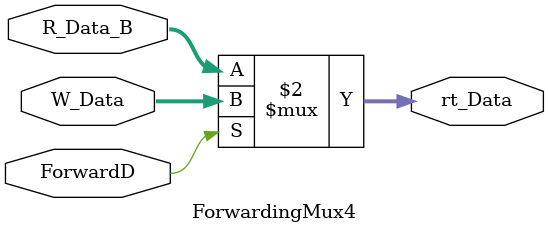
<source format=v>
`timescale 1ns / 1ps


module ForwardingMux4(
    input [31:0] R_Data_B,
    input [31:0] W_Data,
    input ForwardD,
    output [31:0] rt_Data
    );
    assign rt_Data = (ForwardD == 1) ? W_Data : R_Data_B;
endmodule

</source>
